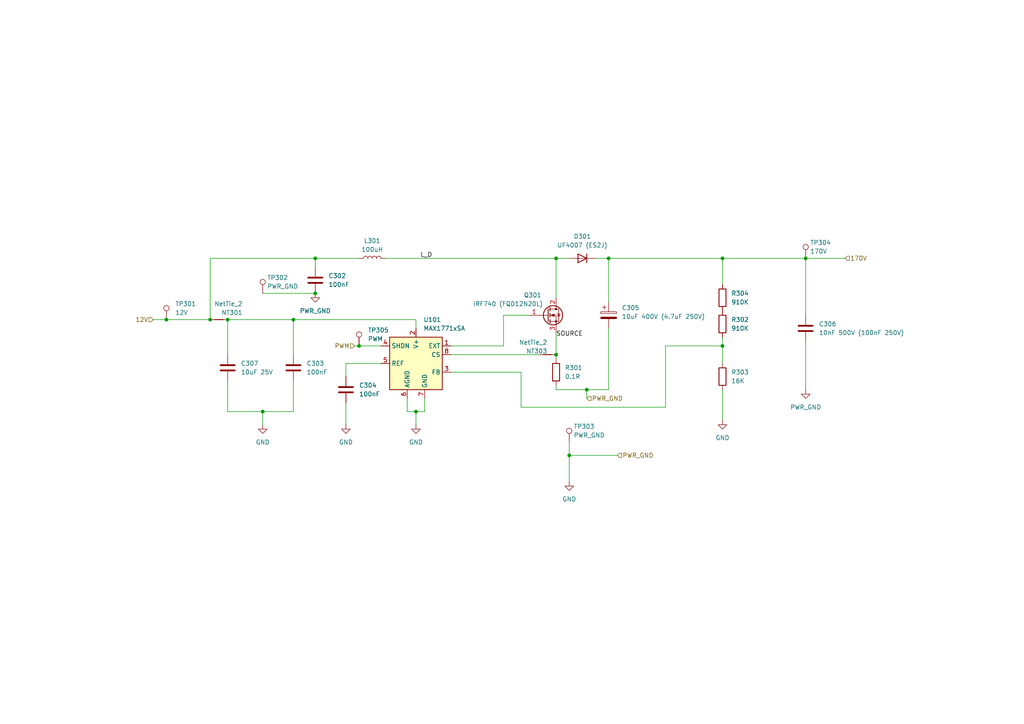
<source format=kicad_sch>
(kicad_sch (version 20250114) (generator "eeschema") (generator_version "9.0")
  (paper "A4")
  (lib_symbols
    (symbol "Connector:TestPoint" (pin_numbers (hide yes)) (pin_names (offset 0.762) (hide yes))
      (property "Reference" "TP" (at 0 6.858 0))
      (property "Value" "TestPoint" (at 0 5.08 0))
      (symbol "TestPoint_0_1"
        (circle (center 0 3.302) (radius 0.762))
      )
      (symbol "TestPoint_1_1"
        (pin passive line (at 0 0 90) (length 2.54) (name "1") (number "1"))
      )
    )
    (symbol "Device:C" (pin_numbers (hide yes)) (pin_names (offset 0.254))
      (property "Reference" "C" (at 0.635 2.54 0))
      (property "Value" "C" (at 0.635 -2.54 0))
      (symbol "C_0_1"
        (polyline (pts (xy -2.032 0.762) (xy 2.032 0.762)) (stroke (width 0.508)))
        (polyline (pts (xy -2.032 -0.762) (xy 2.032 -0.762)) (stroke (width 0.508)))
      )
      (symbol "C_1_1"
        (pin passive line (at 0 3.81 270) (length 2.794) (name "~") (number "1"))
        (pin passive line (at 0 -3.81 90) (length 2.794) (name "~") (number "2"))
      )
    )
    (symbol "Device:C_Polarized" (pin_numbers (hide yes)) (pin_names (offset 0.254))
      (property "Reference" "C" (at 0.635 2.54 0))
      (property "Value" "C_Polarized" (at 0.635 -2.54 0))
      (symbol "C_Polarized_0_1"
        (rectangle (start -2.286 0.508) (end 2.286 1.016))
        (polyline (pts (xy -1.778 2.286) (xy -0.762 2.286)))
        (polyline (pts (xy -1.27 2.794) (xy -1.27 1.778)))
        (rectangle (start 2.286 -0.508) (end -2.286 -1.016) (fill (type outline)))
      )
      (symbol "C_Polarized_1_1"
        (pin passive line (at 0 3.81 270) (length 2.794) (name "~") (number "1"))
        (pin passive line (at 0 -3.81 90) (length 2.794) (name "~") (number "2"))
      )
    )
    (symbol "Device:D" (pin_numbers (hide yes)) (pin_names (offset 1.016) (hide yes))
      (property "Reference" "D" (at 0 2.54 0))
      (property "Value" "D" (at 0 -2.54 0))
      (symbol "D_0_1"
        (polyline (pts (xy -1.27 1.27) (xy -1.27 -1.27)) (stroke (width 0.254)))
        (polyline (pts (xy 1.27 1.27) (xy 1.27 -1.27) (xy -1.27 0) (xy 1.27 1.27)) (stroke (width 0.254)))
        (polyline (pts (xy 1.27 0) (xy -1.27 0)))
      )
      (symbol "D_1_1"
        (pin passive line (at -3.81 0 0) (length 2.54) (name "K") (number "1"))
        (pin passive line (at 3.81 0 180) (length 2.54) (name "A") (number "2"))
      )
    )
    (symbol "Device:L" (pin_numbers (hide yes)) (pin_names (offset 1.016) (hide yes))
      (property "Reference" "L" (at -1.27 0 90))
      (property "Value" "L" (at 1.905 0 90))
      (symbol "L_0_1"
        (arc (start 0 2.54) (mid 0.6323 1.905) (end 0 1.27))
        (arc (start 0 1.27) (mid 0.6323 0.635) (end 0 0))
        (arc (start 0 0) (mid 0.6323 -0.635) (end 0 -1.27))
        (arc (start 0 -1.27) (mid 0.6323 -1.905) (end 0 -2.54))
      )
      (symbol "L_1_1"
        (pin passive line (at 0 3.81 270) (length 1.27) (name "1") (number "1"))
        (pin passive line (at 0 -3.81 90) (length 1.27) (name "2") (number "2"))
      )
    )
    (symbol "Device:NetTie_2" (pin_numbers (hide yes)) (pin_names (offset 0) (hide yes)) (in_bom no)
      (property "Reference" "NT" (at 0 1.27 0))
      (property "Value" "NetTie_2" (at 0 -1.27 0))
      (symbol "NetTie_2_0_1"
        (polyline (pts (xy -1.27 0) (xy 1.27 0)) (stroke (width 0.254)))
      )
      (symbol "NetTie_2_1_1"
        (pin passive line (at -2.54 0 0) (length 2.54) (name "1") (number "1"))
        (pin passive line (at 2.54 0 180) (length 2.54) (name "2") (number "2"))
      )
    )
    (symbol "Device:R" (pin_numbers (hide yes)) (pin_names (offset 0))
      (property "Reference" "R" (at 2.032 0 90))
      (property "Value" "R" (at 0 0 90))
      (symbol "R_0_1"
        (rectangle (start -1.016 -2.54) (end 1.016 2.54) (stroke (width 0.254)))
      )
      (symbol "R_1_1"
        (pin passive line (at 0 3.81 270) (length 1.27) (name "~") (number "1"))
        (pin passive line (at 0 -3.81 90) (length 1.27) (name "~") (number "2"))
      )
    )
    (symbol "Regulator_Switching:MAX1771xSA"
      (property "Reference" "U" (at -3.81 10.16 0))
      (property "Value" "MAX1771xSA" (at 6.35 10.16 0))
      (symbol "MAX1771xSA_0_1"
        (rectangle (start -7.62 7.62) (end 7.62 -7.62) (stroke (width 0.254)) (fill (type background)))
      )
      (symbol "MAX1771xSA_1_1"
        (pin input line (at -10.16 5.08 0) (length 2.54) (name "SHDN") (number "4"))
        (pin passive line (at -10.16 0 0) (length 2.54) (name "REF") (number "5"))
        (pin power_in line (at -2.54 -10.16 90) (length 2.54) (name "AGND") (number "6"))
        (pin power_in line (at 0 10.16 270) (length 2.54) (name "V+") (number "2"))
        (pin power_in line (at 2.54 -10.16 90) (length 2.54) (name "GND") (number "7"))
        (pin output line (at 10.16 5.08 180) (length 2.54) (name "EXT") (number "1"))
        (pin input line (at 10.16 2.54 180) (length 2.54) (name "CS") (number "8"))
        (pin input line (at 10.16 -2.54 180) (length 2.54) (name "FB") (number "3"))
      )
    )
    (symbol "Transistor_FET:IRF740" (pin_names (hide yes))
      (property "Reference" "Q" (at 5.08 1.905 0))
      (property "Value" "IRF740" (at 5.08 0 0))
      (symbol "IRF740_0_1"
        (polyline (pts (xy 0.254 1.905) (xy 0.254 -1.905)) (stroke (width 0.254)))
        (polyline (pts (xy 0.254 0) (xy -2.54 0)))
        (polyline (pts (xy 0.762 2.286) (xy 0.762 1.27)) (stroke (width 0.254)))
        (polyline (pts (xy 0.762 0.508) (xy 0.762 -0.508)) (stroke (width 0.254)))
        (polyline (pts (xy 0.762 -1.27) (xy 0.762 -2.286)) (stroke (width 0.254)))
        (polyline (pts (xy 0.762 -1.778) (xy 3.302 -1.778) (xy 3.302 1.778) (xy 0.762 1.778)))
        (polyline (pts (xy 1.016 0) (xy 2.032 0.381) (xy 2.032 -0.381) (xy 1.016 0)) (fill (type outline)))
        (circle (center 1.651 0) (radius 2.794) (stroke (width 0.254)))
        (polyline (pts (xy 2.54 2.54) (xy 2.54 1.778)))
        (circle (center 2.54 1.778) (radius 0.254) (fill (type outline)))
        (circle (center 2.54 -1.778) (radius 0.254) (fill (type outline)))
        (polyline (pts (xy 2.54 -2.54) (xy 2.54 0) (xy 0.762 0)))
        (polyline (pts (xy 2.794 0.508) (xy 2.921 0.381) (xy 3.683 0.381) (xy 3.81 0.254)))
        (polyline (pts (xy 3.302 0.381) (xy 2.921 -0.254) (xy 3.683 -0.254) (xy 3.302 0.381)))
      )
      (symbol "IRF740_1_1"
        (pin input line (at -5.08 0 0) (length 2.54) (name "G") (number "1"))
        (pin passive line (at 2.54 5.08 270) (length 2.54) (name "D") (number "2"))
        (pin passive line (at 2.54 -5.08 90) (length 2.54) (name "S") (number "3"))
      )
    )
    (symbol "power:GND" (power) (pin_numbers (hide yes)) (pin_names (offset 0) (hide yes))
      (property "Value" "GND" (at 0 -3.81 0))
      (symbol "GND_0_1"
        (polyline (pts (xy 0 0) (xy 0 -1.27) (xy 1.27 -1.27) (xy 0 -2.54) (xy -1.27 -1.27) (xy 0 -1.27)))
      )
      (symbol "GND_1_1"
        (pin power_in line (at 0 0 270) (length 0) (name "~") (number "1"))
      )
    )
  )
  (junction (at 161.29 74.93))
  (junction (at 76.2 119.38))
  (junction (at 161.29 102.87))
  (junction (at 120.65 119.38))
  (junction (at 209.55 100.33))
  (junction (at 48.26 92.71))
  (junction (at 170.18 113.03))
  (junction (at 209.55 74.93))
  (junction (at 233.68 74.93))
  (junction (at 104.14 100.33))
  (junction (at 85.09 92.71))
  (junction (at 66.04 92.71))
  (junction (at 91.44 74.93))
  (junction (at 60.96 92.71))
  (junction (at 91.44 85.09))
  (junction (at 165.1 132.08))
  (junction (at 176.53 74.93))
  (wire (pts (xy 146.05 100.33) (xy 130.81 100.33)))
  (wire (pts (xy 153.67 91.44) (xy 146.05 91.44)))
  (wire (pts (xy 118.11 119.38) (xy 120.65 119.38)))
  (wire (pts (xy 48.26 92.71) (xy 60.96 92.71)))
  (wire (pts (xy 209.55 74.93) (xy 233.68 74.93)))
  (wire (pts (xy 161.29 96.52) (xy 161.29 102.87)))
  (wire (pts (xy 60.96 74.93) (xy 60.96 92.71)))
  (wire (pts (xy 165.1 128.27) (xy 165.1 132.08)))
  (wire (pts (xy 161.29 102.87) (xy 161.29 104.14)))
  (wire (pts (xy 66.04 119.38) (xy 66.04 110.49)))
  (wire (pts (xy 233.68 74.93) (xy 245.11 74.93)))
  (wire (pts (xy 176.53 113.03) (xy 176.53 95.25)))
  (wire (pts (xy 209.55 113.03) (xy 209.55 121.92)))
  (wire (pts (xy 209.55 74.93) (xy 209.55 82.55)))
  (wire (pts (xy 76.2 119.38) (xy 85.09 119.38)))
  (wire (pts (xy 146.05 91.44) (xy 146.05 100.33)))
  (wire (pts (xy 233.68 74.93) (xy 233.68 91.44)))
  (wire (pts (xy 102.87 100.33) (xy 104.14 100.33)))
  (wire (pts (xy 104.14 74.93) (xy 91.44 74.93)))
  (wire (pts (xy 170.18 113.03) (xy 176.53 113.03)))
  (wire (pts (xy 66.04 119.38) (xy 76.2 119.38)))
  (wire (pts (xy 193.04 100.33) (xy 209.55 100.33)))
  (wire (pts (xy 104.14 100.33) (xy 110.49 100.33)))
  (wire (pts (xy 85.09 119.38) (xy 85.09 110.49)))
  (wire (pts (xy 111.76 74.93) (xy 161.29 74.93)))
  (wire (pts (xy 76.2 85.09) (xy 91.44 85.09)))
  (wire (pts (xy 193.04 118.11) (xy 193.04 100.33)))
  (wire (pts (xy 170.18 113.03) (xy 170.18 115.57)))
  (wire (pts (xy 165.1 132.08) (xy 165.1 139.7)))
  (wire (pts (xy 151.13 118.11) (xy 193.04 118.11)))
  (wire (pts (xy 209.55 100.33) (xy 209.55 105.41)))
  (wire (pts (xy 209.55 97.79) (xy 209.55 100.33)))
  (wire (pts (xy 172.72 74.93) (xy 176.53 74.93)))
  (wire (pts (xy 100.33 105.41) (xy 100.33 109.22)))
  (wire (pts (xy 120.65 119.38) (xy 123.19 119.38)))
  (wire (pts (xy 76.2 119.38) (xy 76.2 123.19)))
  (wire (pts (xy 120.65 123.19) (xy 120.65 119.38)))
  (wire (pts (xy 151.13 107.95) (xy 151.13 118.11)))
  (wire (pts (xy 91.44 74.93) (xy 91.44 77.47)))
  (wire (pts (xy 44.45 92.71) (xy 48.26 92.71)))
  (wire (pts (xy 100.33 116.84) (xy 100.33 123.19)))
  (wire (pts (xy 176.53 74.93) (xy 209.55 74.93)))
  (wire (pts (xy 233.68 113.03) (xy 233.68 99.06)))
  (wire (pts (xy 85.09 92.71) (xy 120.65 92.71)))
  (wire (pts (xy 85.09 92.71) (xy 85.09 102.87)))
  (wire (pts (xy 120.65 92.71) (xy 120.65 95.25)))
  (wire (pts (xy 161.29 74.93) (xy 161.29 86.36)))
  (wire (pts (xy 165.1 132.08) (xy 179.07 132.08)))
  (wire (pts (xy 123.19 119.38) (xy 123.19 115.57)))
  (wire (pts (xy 161.29 113.03) (xy 170.18 113.03)))
  (wire (pts (xy 66.04 92.71) (xy 85.09 92.71)))
  (wire (pts (xy 176.53 74.93) (xy 176.53 87.63)))
  (wire (pts (xy 161.29 111.76) (xy 161.29 113.03)))
  (wire (pts (xy 66.04 92.71) (xy 66.04 102.87)))
  (wire (pts (xy 110.49 105.41) (xy 100.33 105.41)))
  (wire (pts (xy 91.44 74.93) (xy 60.96 74.93)))
  (wire (pts (xy 130.81 107.95) (xy 151.13 107.95)))
  (wire (pts (xy 130.81 102.87) (xy 156.21 102.87)))
  (wire (pts (xy 118.11 115.57) (xy 118.11 119.38)))
  (wire (pts (xy 161.29 74.93) (xy 165.1 74.93)))
  (label "L_D" (at 121.92 74.93 0))
  (label "SOURCE" (at 161.29 97.79 0))
  (hierarchical_label "PWR_GND" (shape input) (at 179.07 132.08 0))
  (hierarchical_label "PWR_GND" (shape input) (at 170.18 115.57 0))
  (hierarchical_label "PWM" (shape input) (at 102.87 100.33 180))
  (hierarchical_label "12V" (shape input) (at 44.45 92.71 180))
  (hierarchical_label "170V" (shape input) (at 245.11 74.93 0))
  (symbol (lib_id "power:GND") (at 209.55 121.92 0) (unit 1)
    (property "Reference" "#PWR0308" (effects (hide yes)))
    (property "Value" "GND" (at 209.55 127 0))
    (property "Description" "Power symbol creates a global label with name \"GND\" , ground" (effects (hide yes)))
  )
  (symbol (lib_id "Device:R") (at 209.55 93.98 0) (unit 1)
    (property "Reference" "R302" (at 212.09 92.7099 0) (effects (justify left)))
    (property "Value" "910K" (at 212.09 95.2499 0) (effects (justify left)))
    (property "Footprint" "Resistor_SMD:R_1206_3216Metric_Pad1.30x1.75mm_HandSolder" (effects (hide yes)))
    (property "Description" "Resistor" (effects (hide yes)))
  )
  (symbol (lib_id "Device:C") (at 66.04 106.68 0) (unit 1)
    (property "Reference" "C307" (at 69.85 105.4099 0) (effects (justify left)))
    (property "Value" "10uF 25V" (at 69.85 107.9499 0) (effects (justify left)))
    (property "Footprint" "Capacitor_SMD:C_1206_3216Metric_Pad1.33x1.80mm_HandSolder" (effects (hide yes)))
    (property "Description" "Unpolarized capacitor" (effects (hide yes)))
  )
  (symbol (lib_id "Device:C") (at 233.68 95.25 0) (unit 1)
    (property "Reference" "C306" (at 237.49 93.9799 0) (effects (justify left)))
    (property "Value" "10nF 500V (100nF 250V)" (at 237.49 96.5199 0) (effects (justify left)))
    (property "Footprint" "Capacitor_SMD:C_1206_3216Metric_Pad1.33x1.80mm_HandSolder" (effects (hide yes)))
    (property "Description" "Unpolarized capacitor" (effects (hide yes)))
  )
  (symbol (lib_id "Device:NetTie_2") (at 158.75 102.87 0) (mirror y) (unit 1) (in_bom no)
    (property "Reference" "NT303" (at 158.75 101.854 0) (effects (justify left)))
    (property "Value" "NetTie_2" (at 158.75 99.314 0) (effects (justify left)))
    (property "Footprint" "NetTie:NetTie-2_SMD_Pad0.5mm" (effects (hide yes)))
    (property "Description" "Net tie, 2 pins" (effects (hide yes)))
  )
  (symbol (lib_id "Regulator_Switching:MAX1771xSA") (at 120.65 105.41 0) (unit 1)
    (property "Reference" "U101" (at 122.7933 92.71 0) (effects (justify left)))
    (property "Value" "MAX1771xSA" (at 122.7933 95.25 0) (effects (justify left)))
    (property "Footprint" "Package_SO:SO-8_3.9x4.9mm_P1.27mm" (effects (hide yes)))
    (property "Datasheet" "https://datasheets.maximintegrated.com/en/ds/MAX1771.pdf" (effects (hide yes)))
    (property "Description" "12V or Adjustable, High-Efficiency, Low IQ, Step-Up DC-DC Controller, SO-8" (effects (hide yes)))
  )
  (symbol (lib_id "Connector:TestPoint") (at 233.68 74.93 0) (unit 1)
    (property "Reference" "TP304" (at 234.95 70.358 0) (effects (justify left)))
    (property "Value" "170V" (at 234.95 72.898 0) (effects (justify left)))
    (property "Footprint" "TestPoint:TestPoint_Pad_3.0x3.0mm" (effects (hide yes)))
    (property "Description" "test point" (effects (hide yes)))
  )
  (symbol (lib_id "Device:C") (at 85.09 106.68 0) (unit 1)
    (property "Reference" "C303" (at 88.9 105.4099 0) (effects (justify left)))
    (property "Value" "100nF" (at 88.9 107.9499 0) (effects (justify left)))
    (property "Footprint" "Capacitor_SMD:C_1206_3216Metric_Pad1.33x1.80mm_HandSolder" (effects (hide yes)))
    (property "Description" "Unpolarized capacitor" (effects (hide yes)))
  )
  (symbol (lib_id "power:GND") (at 120.65 123.19 0) (unit 1)
    (property "Reference" "#PWR0306" (effects (hide yes)))
    (property "Value" "GND" (at 120.65 128.27 0))
    (property "Description" "Power symbol creates a global label with name \"GND\" , ground" (effects (hide yes)))
  )
  (symbol (lib_id "Device:C_Polarized") (at 176.53 91.44 0) (unit 1)
    (property "Reference" "C305" (at 180.34 89.2809 0) (effects (justify left)))
    (property "Value" "10uF 400V (4.7uF 250V)" (at 180.34 91.8209 0) (effects (justify left)))
    (property "Footprint" "Capacitor_THT:CP_Radial_D10.0mm_P5.00mm" (effects (hide yes)))
    (property "Description" "Polarized capacitor" (effects (hide yes)))
  )
  (symbol (lib_id "Device:NetTie_2") (at 63.5 92.71 0) (mirror y) (unit 1) (in_bom no)
    (property "Reference" "NT301" (at 70.358 90.678 0) (effects (justify left)))
    (property "Value" "NetTie_2" (at 70.358 88.138 0) (effects (justify left)))
    (property "Footprint" "NetTie:NetTie-2_SMD_Pad0.5mm" (effects (hide yes)))
    (property "Description" "Net tie, 2 pins" (effects (hide yes)))
  )
  (symbol (lib_id "Device:C") (at 91.44 81.28 0) (unit 1)
    (property "Reference" "C302" (at 95.25 80.0099 0) (effects (justify left)))
    (property "Value" "100nF" (at 95.25 82.5499 0) (effects (justify left)))
    (property "Footprint" "Capacitor_SMD:C_1206_3216Metric_Pad1.33x1.80mm_HandSolder" (effects (hide yes)))
    (property "Description" "Unpolarized capacitor" (effects (hide yes)))
  )
  (symbol (lib_id "Device:R") (at 161.29 107.95 0) (unit 1)
    (property "Reference" "R301" (at 163.83 106.6799 0) (effects (justify left)))
    (property "Value" "0.1R" (at 163.83 109.2199 0) (effects (justify left)))
    (property "Footprint" "Resistor_SMD:R_2512_6332Metric_Pad1.40x3.35mm_HandSolder" (effects (hide yes)))
    (property "Description" "Resistor" (effects (hide yes)))
  )
  (symbol (lib_id "Connector:TestPoint") (at 76.2 85.09 0) (unit 1)
    (property "Reference" "TP302" (at 77.47 80.518 0) (effects (justify left)))
    (property "Value" "PWR_GND" (at 77.47 83.058 0) (effects (justify left)))
    (property "Footprint" "TestPoint:TestPoint_Pad_3.0x3.0mm" (effects (hide yes)))
    (property "Description" "test point" (effects (hide yes)))
  )
  (symbol (lib_id "Device:R") (at 209.55 86.36 0) (unit 1)
    (property "Reference" "R304" (at 212.09 85.0899 0) (effects (justify left)))
    (property "Value" "910K" (at 212.09 87.6299 0) (effects (justify left)))
    (property "Footprint" "Resistor_SMD:R_1206_3216Metric_Pad1.30x1.75mm_HandSolder" (effects (hide yes)))
    (property "Description" "Resistor" (effects (hide yes)))
  )
  (symbol (lib_id "Device:D") (at 168.91 74.93 180) (unit 1)
    (property "Reference" "D301" (at 168.91 68.58 0))
    (property "Value" "UF4007 (ES2J)" (at 168.91 71.12 0))
    (property "Footprint" "Diode_THT:D_DO-41_SOD81_P7.62mm_Horizontal" (effects (hide yes)))
    (property "Description" "Diode" (effects (hide yes)))
    (property "Sim.Device" "D" (effects (hide yes)))
    (property "Sim.Pins" "1=K 2=A" (effects (hide yes)))
  )
  (symbol (lib_id "power:GND") (at 91.44 85.09 0) (unit 1)
    (property "Reference" "#PWR0302" (effects (hide yes)))
    (property "Value" "PWR_GND" (at 91.44 90.17 0))
    (property "Description" "Power symbol creates a global label with name \"GND\" , ground" (effects (hide yes)))
  )
  (symbol (lib_id "Device:R") (at 209.55 109.22 0) (unit 1)
    (property "Reference" "R303" (at 212.09 107.9499 0) (effects (justify left)))
    (property "Value" "16K" (at 212.09 110.4899 0) (effects (justify left)))
    (property "Footprint" "Resistor_SMD:R_0805_2012Metric_Pad1.20x1.40mm_HandSolder" (effects (hide yes)))
    (property "Description" "Resistor" (effects (hide yes)))
  )
  (symbol (lib_id "power:GND") (at 233.68 113.03 0) (unit 1)
    (property "Reference" "#PWR0305" (effects (hide yes)))
    (property "Value" "PWR_GND" (at 233.68 118.11 0))
    (property "Description" "Power symbol creates a global label with name \"GND\" , ground" (effects (hide yes)))
  )
  (symbol (lib_id "Connector:TestPoint") (at 165.1 128.27 0) (unit 1)
    (property "Reference" "TP303" (at 166.37 123.698 0) (effects (justify left)))
    (property "Value" "PWR_GND" (at 166.37 126.238 0) (effects (justify left)))
    (property "Footprint" "TestPoint:TestPoint_Pad_3.0x3.0mm" (effects (hide yes)))
    (property "Description" "test point" (effects (hide yes)))
  )
  (symbol (lib_id "Device:C") (at 100.33 113.03 0) (unit 1)
    (property "Reference" "C304" (at 104.14 111.7599 0) (effects (justify left)))
    (property "Value" "100nF" (at 104.14 114.2999 0) (effects (justify left)))
    (property "Footprint" "Capacitor_SMD:C_1206_3216Metric_Pad1.33x1.80mm_HandSolder" (effects (hide yes)))
    (property "Description" "Unpolarized capacitor" (effects (hide yes)))
  )
  (symbol (lib_id "power:GND") (at 76.2 123.19 0) (unit 1)
    (property "Reference" "#PWR0303" (effects (hide yes)))
    (property "Value" "GND" (at 76.2 128.27 0))
    (property "Description" "Power symbol creates a global label with name \"GND\" , ground" (effects (hide yes)))
  )
  (symbol (lib_id "Transistor_FET:IRF740") (at 158.75 91.44 0) (unit 1)
    (property "Reference" "Q301" (at 151.892 85.598 0) (effects (justify left)))
    (property "Value" "IRF740 (FQD12N20L)" (at 137.16 88.138 0) (effects (justify left)))
    (property "Footprint" "Package_TO_SOT_THT:TO-220-3_Vertical" (effects (hide yes)))
    (property "Datasheet" "http://www.vishay.com/docs/91054/91054.pdf" (effects (hide yes)))
    (property "Description" "10A Id, 400V Vds, N-Channel Power MOSFET, 500mOhm Rds, TO-220AB" (effects (hide yes)))
  )
  (symbol (lib_id "Connector:TestPoint") (at 48.26 92.71 0) (unit 1)
    (property "Reference" "TP301" (at 50.8 88.1379 0) (effects (justify left)))
    (property "Value" "12V" (at 50.8 90.6779 0) (effects (justify left)))
    (property "Footprint" "TestPoint:TestPoint_Pad_3.0x3.0mm" (effects (hide yes)))
    (property "Description" "test point" (effects (hide yes)))
  )
  (symbol (lib_id "Connector:TestPoint") (at 104.14 100.33 0) (unit 1)
    (property "Reference" "TP305" (at 106.68 95.7579 0) (effects (justify left)))
    (property "Value" "PWM" (at 106.68 98.2979 0) (effects (justify left)))
    (property "Footprint" "TestPoint:TestPoint_Pad_3.0x3.0mm" (effects (hide yes)))
    (property "Description" "test point" (effects (hide yes)))
  )
  (symbol (lib_id "power:GND") (at 165.1 139.7 0) (unit 1)
    (property "Reference" "#PWR0304" (effects (hide yes)))
    (property "Value" "GND" (at 165.1 144.78 0))
    (property "Description" "Power symbol creates a global label with name \"GND\" , ground" (effects (hide yes)))
  )
  (symbol (lib_id "Device:L") (at 107.95 74.93 90) (unit 1)
    (property "Reference" "L301" (at 107.95 69.85 90))
    (property "Value" "100uH" (at 107.95 72.39 90))
    (property "Footprint" "Inductor_SMD:L_10.4x10.4_H4.8" (effects (hide yes)))
    (property "Description" "Inductor" (effects (hide yes)))
  )
  (symbol (lib_id "power:GND") (at 100.33 123.19 0) (unit 1)
    (property "Reference" "#PWR0301" (effects (hide yes)))
    (property "Value" "GND" (at 100.33 128.27 0))
    (property "Description" "Power symbol creates a global label with name \"GND\" , ground" (effects (hide yes)))
  )
)
</source>
